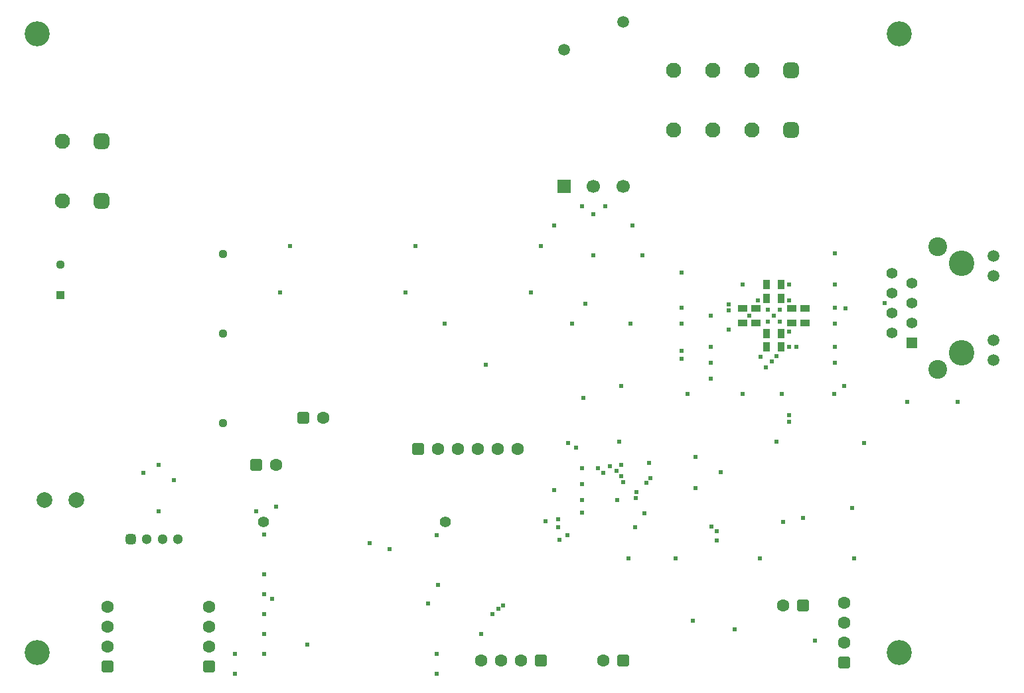
<source format=gbr>
%TF.GenerationSoftware,Altium Limited,Altium Designer,22.7.1 (60)*%
G04 Layer_Color=16711935*
%FSLAX43Y43*%
%MOMM*%
%TF.SameCoordinates,FE58890B-FB48-4B87-A9EE-914DEB8A6D29*%
%TF.FilePolarity,Negative*%
%TF.FileFunction,Soldermask,Bot*%
%TF.Part,Single*%
G01*
G75*
%TA.AperFunction,SMDPad,CuDef*%
%ADD16R,1.300X0.900*%
%ADD17R,0.900X1.300*%
%TA.AperFunction,ComponentPad*%
%ADD40R,1.700X1.700*%
%ADD41C,1.700*%
%ADD42C,1.500*%
%ADD43R,1.408X1.408*%
%ADD44C,1.408*%
%ADD45C,3.250*%
%ADD46C,2.400*%
%ADD47C,1.508*%
%ADD48C,1.400*%
%ADD49C,1.600*%
G04:AMPARAMS|DCode=50|XSize=1.6mm|YSize=1.6mm|CornerRadius=0.4mm|HoleSize=0mm|Usage=FLASHONLY|Rotation=90.000|XOffset=0mm|YOffset=0mm|HoleType=Round|Shape=RoundedRectangle|*
%AMROUNDEDRECTD50*
21,1,1.600,0.800,0,0,90.0*
21,1,0.800,1.600,0,0,90.0*
1,1,0.800,0.400,0.400*
1,1,0.800,0.400,-0.400*
1,1,0.800,-0.400,-0.400*
1,1,0.800,-0.400,0.400*
%
%ADD50ROUNDEDRECTD50*%
G04:AMPARAMS|DCode=51|XSize=1.6mm|YSize=1.6mm|CornerRadius=0.4mm|HoleSize=0mm|Usage=FLASHONLY|Rotation=0.000|XOffset=0mm|YOffset=0mm|HoleType=Round|Shape=RoundedRectangle|*
%AMROUNDEDRECTD51*
21,1,1.600,0.800,0,0,0.0*
21,1,0.800,1.600,0,0,0.0*
1,1,0.800,0.400,-0.400*
1,1,0.800,-0.400,-0.400*
1,1,0.800,-0.400,0.400*
1,1,0.800,0.400,0.400*
%
%ADD51ROUNDEDRECTD51*%
%ADD52C,2.000*%
%ADD53C,1.950*%
G04:AMPARAMS|DCode=54|XSize=1.95mm|YSize=1.95mm|CornerRadius=0.488mm|HoleSize=0mm|Usage=FLASHONLY|Rotation=180.000|XOffset=0mm|YOffset=0mm|HoleType=Round|Shape=RoundedRectangle|*
%AMROUNDEDRECTD54*
21,1,1.950,0.975,0,0,180.0*
21,1,0.975,1.950,0,0,180.0*
1,1,0.975,-0.488,0.488*
1,1,0.975,0.488,0.488*
1,1,0.975,0.488,-0.488*
1,1,0.975,-0.488,-0.488*
%
%ADD54ROUNDEDRECTD54*%
%TA.AperFunction,ViaPad*%
%ADD55C,3.200*%
%TA.AperFunction,ComponentPad*%
%ADD56R,1.110X1.110*%
%ADD57C,1.110*%
%ADD58C,1.300*%
G04:AMPARAMS|DCode=59|XSize=1.3mm|YSize=1.3mm|CornerRadius=0.325mm|HoleSize=0mm|Usage=FLASHONLY|Rotation=180.000|XOffset=0mm|YOffset=0mm|HoleType=Round|Shape=RoundedRectangle|*
%AMROUNDEDRECTD59*
21,1,1.300,0.650,0,0,180.0*
21,1,0.650,1.300,0,0,180.0*
1,1,0.650,-0.325,0.325*
1,1,0.650,0.325,0.325*
1,1,0.650,0.325,-0.325*
1,1,0.650,-0.325,-0.325*
%
%ADD59ROUNDEDRECTD59*%
%TA.AperFunction,ViaPad*%
%ADD60C,0.610*%
D16*
X116257Y50050D02*
D03*
Y51950D02*
D03*
X111757Y50050D02*
D03*
Y51950D02*
D03*
X118007Y51950D02*
D03*
Y50050D02*
D03*
X110007Y51950D02*
D03*
Y50050D02*
D03*
D17*
X114957Y48750D02*
D03*
X113057D02*
D03*
X113050Y47000D02*
D03*
X114950D02*
D03*
X113057Y53250D02*
D03*
X114957D02*
D03*
X113057Y55000D02*
D03*
X114957D02*
D03*
D40*
X87250Y67500D02*
D03*
D41*
X91000D02*
D03*
X94750D02*
D03*
D42*
Y88500D02*
D03*
X87250Y85000D02*
D03*
D43*
X131650Y47555D02*
D03*
D44*
X129110Y48825D02*
D03*
X131650Y50095D02*
D03*
X129110Y51365D02*
D03*
X131650Y52635D02*
D03*
X129110Y53905D02*
D03*
X131650Y55175D02*
D03*
X129110Y56445D02*
D03*
D45*
X138000Y46285D02*
D03*
Y57715D02*
D03*
D46*
X134950Y59815D02*
D03*
Y44185D02*
D03*
D47*
X142060Y45370D02*
D03*
Y58630D02*
D03*
Y47910D02*
D03*
Y56090D02*
D03*
D48*
X72094Y24703D02*
D03*
X48894D02*
D03*
D49*
X123000Y9230D02*
D03*
Y11770D02*
D03*
Y14310D02*
D03*
X56540Y38000D02*
D03*
X50520Y32000D02*
D03*
X42000Y8730D02*
D03*
Y11270D02*
D03*
Y13810D02*
D03*
X115230Y14000D02*
D03*
X76270Y34000D02*
D03*
X71190D02*
D03*
X73730D02*
D03*
X78810D02*
D03*
X81350D02*
D03*
X29000Y8730D02*
D03*
Y11270D02*
D03*
Y13810D02*
D03*
X92230Y7000D02*
D03*
X81770D02*
D03*
X79230D02*
D03*
X76690D02*
D03*
D50*
X123000Y6690D02*
D03*
X42000Y6190D02*
D03*
X29000D02*
D03*
D51*
X54000Y38000D02*
D03*
X47980Y32000D02*
D03*
X117770Y14000D02*
D03*
X68650Y34000D02*
D03*
X94770Y7000D02*
D03*
X84310D02*
D03*
D52*
X25000Y27500D02*
D03*
X21000D02*
D03*
D53*
X106230Y74680D02*
D03*
X111230Y82300D02*
D03*
Y74680D02*
D03*
X106230Y82300D02*
D03*
X101230D02*
D03*
Y74680D02*
D03*
X23230Y73300D02*
D03*
Y65680D02*
D03*
D54*
X116230Y82300D02*
D03*
Y74680D02*
D03*
X28230Y73300D02*
D03*
Y65680D02*
D03*
D55*
X130000Y87000D02*
D03*
X20000D02*
D03*
X130000Y8000D02*
D03*
X20000D02*
D03*
D56*
X23000Y53670D02*
D03*
D57*
Y57570D02*
D03*
X43760Y58860D02*
D03*
Y48700D02*
D03*
Y37270D02*
D03*
D58*
X38000Y22500D02*
D03*
X36000D02*
D03*
X34000D02*
D03*
D59*
X32000D02*
D03*
D60*
X121800Y45000D02*
D03*
X98236Y30304D02*
D03*
X97736Y29654D02*
D03*
X106015Y24067D02*
D03*
X94267Y34887D02*
D03*
X78115Y12919D02*
D03*
X78847Y13556D02*
D03*
X79476Y14055D02*
D03*
X50012Y14890D02*
D03*
X50491Y26619D02*
D03*
X87639Y23025D02*
D03*
X86647Y22424D02*
D03*
X89527Y25854D02*
D03*
X89500Y27500D02*
D03*
X98117Y32193D02*
D03*
X96388Y27762D02*
D03*
X96467Y28524D02*
D03*
X91595Y31565D02*
D03*
X93059Y31835D02*
D03*
X93942Y31201D02*
D03*
X94827Y29759D02*
D03*
X113776Y45186D02*
D03*
X114366Y45843D02*
D03*
X113034Y44444D02*
D03*
X112320Y45770D02*
D03*
X108234Y52462D02*
D03*
Y51652D02*
D03*
X48000Y26000D02*
D03*
X117771Y25220D02*
D03*
X77250Y44750D02*
D03*
X94500Y32000D02*
D03*
Y30500D02*
D03*
X72000Y50000D02*
D03*
X33600Y30950D02*
D03*
X35500Y32000D02*
D03*
Y26000D02*
D03*
X106000Y47000D02*
D03*
Y45000D02*
D03*
X110869Y50997D02*
D03*
X106000Y51000D02*
D03*
X102250Y50000D02*
D03*
X102250Y52000D02*
D03*
X108250Y49250D02*
D03*
X106000Y43000D02*
D03*
X112000Y53000D02*
D03*
X116000Y49000D02*
D03*
Y53000D02*
D03*
X121800Y52000D02*
D03*
Y50000D02*
D03*
Y47000D02*
D03*
X121750Y41000D02*
D03*
X121800Y55000D02*
D03*
X115000Y41000D02*
D03*
X116000Y47000D02*
D03*
X116850D02*
D03*
X106750Y23500D02*
D03*
X110000Y55000D02*
D03*
X107250Y31000D02*
D03*
X103000Y41000D02*
D03*
X102250Y56500D02*
D03*
X110000Y41000D02*
D03*
X102250Y45500D02*
D03*
Y46500D02*
D03*
X104000Y29000D02*
D03*
Y33000D02*
D03*
X121800Y59000D02*
D03*
X51000Y54000D02*
D03*
X52257Y59905D02*
D03*
X68257D02*
D03*
X67000Y54000D02*
D03*
X84257Y59905D02*
D03*
X83000Y54000D02*
D03*
X106750Y22300D02*
D03*
X109000Y11000D02*
D03*
X116000Y55000D02*
D03*
X90000Y52500D02*
D03*
X88800Y34200D02*
D03*
X89500Y31500D02*
D03*
Y29500D02*
D03*
X49000Y17972D02*
D03*
Y15432D02*
D03*
Y12892D02*
D03*
Y7812D02*
D03*
X76690Y10352D02*
D03*
X49000Y23052D02*
D03*
X86000Y28750D02*
D03*
X124250Y20000D02*
D03*
X37500Y30000D02*
D03*
X113250Y50236D02*
D03*
X114000Y51000D02*
D03*
X91000Y58750D02*
D03*
X113250Y51750D02*
D03*
X114750Y51742D02*
D03*
Y50273D02*
D03*
X95500Y20000D02*
D03*
X123175Y51950D02*
D03*
X86500Y25000D02*
D03*
Y24000D02*
D03*
X101500Y20000D02*
D03*
X103650Y12050D02*
D03*
X97500Y25750D02*
D03*
X96355Y24000D02*
D03*
X54500Y9000D02*
D03*
X92262Y30934D02*
D03*
X94000Y27500D02*
D03*
X49000Y10352D02*
D03*
X71000Y7812D02*
D03*
Y5272D02*
D03*
Y23005D02*
D03*
X87750Y34750D02*
D03*
X119250Y9500D02*
D03*
X112250Y20000D02*
D03*
X89750Y40500D02*
D03*
X115179Y24719D02*
D03*
X114381Y34966D02*
D03*
X116000Y38347D02*
D03*
Y37500D02*
D03*
X65000Y21250D02*
D03*
X45239Y7813D02*
D03*
X94500Y42000D02*
D03*
X91000Y64000D02*
D03*
X124000Y26500D02*
D03*
X95750Y50000D02*
D03*
X137500Y40000D02*
D03*
X97250Y58750D02*
D03*
X131000Y40000D02*
D03*
X92500Y65000D02*
D03*
X96000Y62500D02*
D03*
X128132Y52635D02*
D03*
X89500Y65000D02*
D03*
X123025Y42000D02*
D03*
X45250Y5250D02*
D03*
X125500Y34750D02*
D03*
X84887Y24756D02*
D03*
X71190Y16600D02*
D03*
X69900Y14250D02*
D03*
X62432Y22000D02*
D03*
X86000Y62500D02*
D03*
X88250Y50000D02*
D03*
%TF.MD5,dbda81cb06b58f9329958323e52bcf59*%
M02*

</source>
